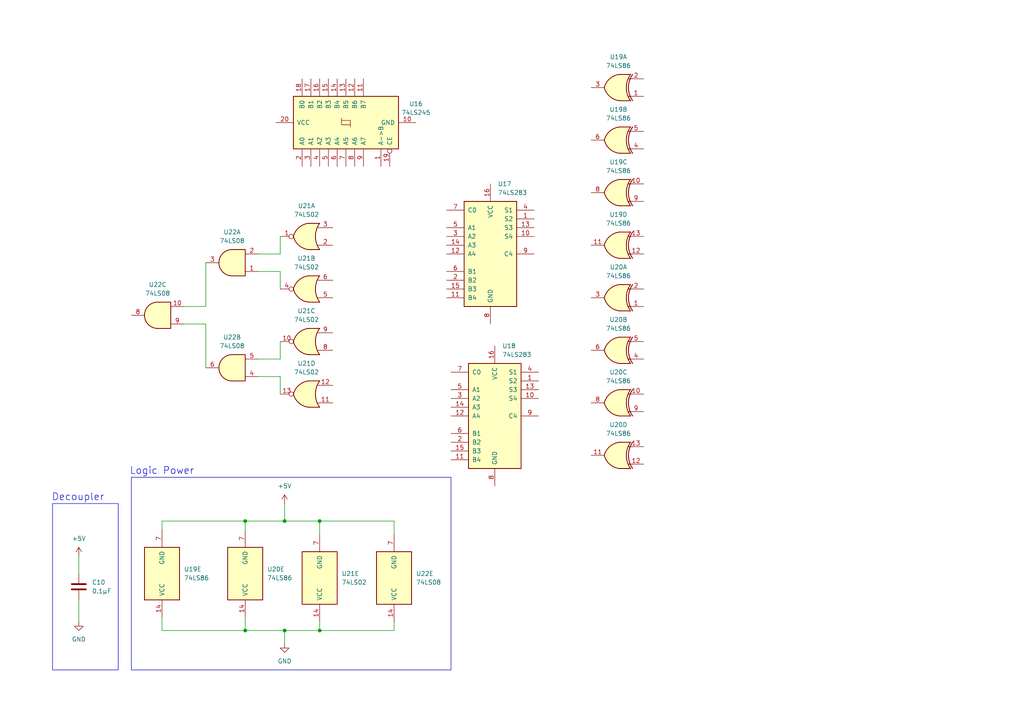
<source format=kicad_sch>
(kicad_sch (version 20250114) (generator "eeschema") (generator_version "9.0")
  (paper "A4")
  (title_block (title "Arithmetic_Logic_Unit"))
  (lib_symbols
    (symbol "74xx:74LS02" (pin_names (offset 1.016))
      (property "Reference" "U" (at 0 1.27 0))
      (property "Value" "74LS02" (at 0 -1.27 0))
      (symbol "74LS02_1_1"
        (arc (start -3.81 3.81) (mid -2.589 0) (end -3.81 -3.81) (stroke (width 0.254)))
        (polyline (pts (xy -3.81 3.81) (xy -0.635 3.81)) (stroke (width 0.254)) (fill (type background)))
        (polyline (pts (xy -3.81 -3.81) (xy -0.635 -3.81)) (stroke (width 0.254)) (fill (type background)))
        (arc (start 3.81 0) (mid 2.1855 -2.584) (end -0.6096 -3.81) (stroke (width 0.254)) (fill (type background)))
        (arc (start -0.6096 3.81) (mid 2.1928 2.5924) (end 3.81 0) (stroke (width 0.254)) (fill (type background)))
        (polyline (pts (xy -0.635 3.81) (xy -3.81 3.81) (xy -3.81 3.81) (xy -3.556 3.4036) (xy -3.0226 2.2606) (xy -2.6924 1.0414) (xy -2.6162 -0.254) (xy -2.7686 -1.4986) (xy -3.175 -2.7178) (xy -3.81 -3.81) (xy -3.81 -3.81) (xy -0.635 -3.81)) (stroke (width -25.4)) (fill (type background)))
        (pin input line (at -7.62 2.54 0) (length 4.318) (name "~") (number "2"))
        (pin input line (at -7.62 -2.54 0) (length 4.318) (name "~") (number "3"))
        (pin output inverted (at 7.62 0 180) (length 3.81) (name "~") (number "1"))
      )
      (symbol "74LS02_1_2"
        (arc (start 0 3.81) (mid 3.7934 0) (end 0 -3.81) (stroke (width 0.254)) (fill (type background)))
        (polyline (pts (xy 0 3.81) (xy -3.81 3.81) (xy -3.81 -3.81) (xy 0 -3.81)) (stroke (width 0.254)) (fill (type background)))
        (pin input inverted (at -7.62 2.54 0) (length 3.81) (name "~") (number "2"))
        (pin input inverted (at -7.62 -2.54 0) (length 3.81) (name "~") (number "3"))
        (pin output line (at 7.62 0 180) (length 3.81) (name "~") (number "1"))
      )
      (symbol "74LS02_2_1"
        (arc (start -3.81 3.81) (mid -2.589 0) (end -3.81 -3.81) (stroke (width 0.254)))
        (polyline (pts (xy -3.81 3.81) (xy -0.635 3.81)) (stroke (width 0.254)) (fill (type background)))
        (polyline (pts (xy -3.81 -3.81) (xy -0.635 -3.81)) (stroke (width 0.254)) (fill (type background)))
        (arc (start 3.81 0) (mid 2.1855 -2.584) (end -0.6096 -3.81) (stroke (width 0.254)) (fill (type background)))
        (arc (start -0.6096 3.81) (mid 2.1928 2.5924) (end 3.81 0) (stroke (width 0.254)) (fill (type background)))
        (polyline (pts (xy -0.635 3.81) (xy -3.81 3.81) (xy -3.81 3.81) (xy -3.556 3.4036) (xy -3.0226 2.2606) (xy -2.6924 1.0414) (xy -2.6162 -0.254) (xy -2.7686 -1.4986) (xy -3.175 -2.7178) (xy -3.81 -3.81) (xy -3.81 -3.81) (xy -0.635 -3.81)) (stroke (width -25.4)) (fill (type background)))
        (pin input line (at -7.62 2.54 0) (length 4.318) (name "~") (number "5"))
        (pin input line (at -7.62 -2.54 0) (length 4.318) (name "~") (number "6"))
        (pin output inverted (at 7.62 0 180) (length 3.81) (name "~") (number "4"))
      )
      (symbol "74LS02_2_2"
        (arc (start 0 3.81) (mid 3.7934 0) (end 0 -3.81) (stroke (width 0.254)) (fill (type background)))
        (polyline (pts (xy 0 3.81) (xy -3.81 3.81) (xy -3.81 -3.81) (xy 0 -3.81)) (stroke (width 0.254)) (fill (type background)))
        (pin input inverted (at -7.62 2.54 0) (length 3.81) (name "~") (number "5"))
        (pin input inverted (at -7.62 -2.54 0) (length 3.81) (name "~") (number "6"))
        (pin output line (at 7.62 0 180) (length 3.81) (name "~") (number "4"))
      )
      (symbol "74LS02_3_1"
        (arc (start -3.81 3.81) (mid -2.589 0) (end -3.81 -3.81) (stroke (width 0.254)))
        (polyline (pts (xy -3.81 3.81) (xy -0.635 3.81)) (stroke (width 0.254)) (fill (type background)))
        (polyline (pts (xy -3.81 -3.81) (xy -0.635 -3.81)) (stroke (width 0.254)) (fill (type background)))
        (arc (start 3.81 0) (mid 2.1855 -2.584) (end -0.6096 -3.81) (stroke (width 0.254)) (fill (type background)))
        (arc (start -0.6096 3.81) (mid 2.1928 2.5924) (end 3.81 0) (stroke (width 0.254)) (fill (type background)))
        (polyline (pts (xy -0.635 3.81) (xy -3.81 3.81) (xy -3.81 3.81) (xy -3.556 3.4036) (xy -3.0226 2.2606) (xy -2.6924 1.0414) (xy -2.6162 -0.254) (xy -2.7686 -1.4986) (xy -3.175 -2.7178) (xy -3.81 -3.81) (xy -3.81 -3.81) (xy -0.635 -3.81)) (stroke (width -25.4)) (fill (type background)))
        (pin input line (at -7.62 2.54 0) (length 4.318) (name "~") (number "8"))
        (pin input line (at -7.62 -2.54 0) (length 4.318) (name "~") (number "9"))
        (pin output inverted (at 7.62 0 180) (length 3.81) (name "~") (number "10"))
      )
      (symbol "74LS02_3_2"
        (arc (start 0 3.81) (mid 3.7934 0) (end 0 -3.81) (stroke (width 0.254)) (fill (type background)))
        (polyline (pts (xy 0 3.81) (xy -3.81 3.81) (xy -3.81 -3.81) (xy 0 -3.81)) (stroke (width 0.254)) (fill (type background)))
        (pin input inverted (at -7.62 2.54 0) (length 3.81) (name "~") (number "8"))
        (pin input inverted (at -7.62 -2.54 0) (length 3.81) (name "~") (number "9"))
        (pin output line (at 7.62 0 180) (length 3.81) (name "~") (number "10"))
      )
      (symbol "74LS02_4_1"
        (arc (start -3.81 3.81) (mid -2.589 0) (end -3.81 -3.81) (stroke (width 0.254)))
        (polyline (pts (xy -3.81 3.81) (xy -0.635 3.81)) (stroke (width 0.254)) (fill (type background)))
        (polyline (pts (xy -3.81 -3.81) (xy -0.635 -3.81)) (stroke (width 0.254)) (fill (type background)))
        (arc (start 3.81 0) (mid 2.1855 -2.584) (end -0.6096 -3.81) (stroke (width 0.254)) (fill (type background)))
        (arc (start -0.6096 3.81) (mid 2.1928 2.5924) (end 3.81 0) (stroke (width 0.254)) (fill (type background)))
        (polyline (pts (xy -0.635 3.81) (xy -3.81 3.81) (xy -3.81 3.81) (xy -3.556 3.4036) (xy -3.0226 2.2606) (xy -2.6924 1.0414) (xy -2.6162 -0.254) (xy -2.7686 -1.4986) (xy -3.175 -2.7178) (xy -3.81 -3.81) (xy -3.81 -3.81) (xy -0.635 -3.81)) (stroke (width -25.4)) (fill (type background)))
        (pin input line (at -7.62 2.54 0) (length 4.318) (name "~") (number "11"))
        (pin input line (at -7.62 -2.54 0) (length 4.318) (name "~") (number "12"))
        (pin output inverted (at 7.62 0 180) (length 3.81) (name "~") (number "13"))
      )
      (symbol "74LS02_4_2"
        (arc (start 0 3.81) (mid 3.7934 0) (end 0 -3.81) (stroke (width 0.254)) (fill (type background)))
        (polyline (pts (xy 0 3.81) (xy -3.81 3.81) (xy -3.81 -3.81) (xy 0 -3.81)) (stroke (width 0.254)) (fill (type background)))
        (pin input inverted (at -7.62 2.54 0) (length 3.81) (name "~") (number "11"))
        (pin input inverted (at -7.62 -2.54 0) (length 3.81) (name "~") (number "12"))
        (pin output line (at 7.62 0 180) (length 3.81) (name "~") (number "13"))
      )
      (symbol "74LS02_5_0"
        (pin power_in line (at 0 12.7 270) (length 5.08) (name "VCC") (number "14"))
        (pin power_in line (at 0 -12.7 90) (length 5.08) (name "GND") (number "7"))
      )
      (symbol "74LS02_5_1"
        (rectangle (start -5.08 7.62) (end 5.08 -7.62) (stroke (width 0.254)) (fill (type background)))
      )
    )
    (symbol "74xx:74LS08" (pin_names (offset 1.016))
      (property "Reference" "U" (at 0 1.27 0))
      (property "Value" "74LS08" (at 0 -1.27 0))
      (symbol "74LS08_1_1"
        (arc (start 0 3.81) (mid 3.7934 0) (end 0 -3.81) (stroke (width 0.254)) (fill (type background)))
        (polyline (pts (xy 0 3.81) (xy -3.81 3.81) (xy -3.81 -3.81) (xy 0 -3.81)) (stroke (width 0.254)) (fill (type background)))
        (pin input line (at -7.62 2.54 0) (length 3.81) (name "~") (number "1"))
        (pin input line (at -7.62 -2.54 0) (length 3.81) (name "~") (number "2"))
        (pin output line (at 7.62 0 180) (length 3.81) (name "~") (number "3"))
      )
      (symbol "74LS08_1_2"
        (arc (start -3.81 3.81) (mid -2.589 0) (end -3.81 -3.81) (stroke (width 0.254)))
        (polyline (pts (xy -3.81 3.81) (xy -0.635 3.81)) (stroke (width 0.254)) (fill (type background)))
        (polyline (pts (xy -3.81 -3.81) (xy -0.635 -3.81)) (stroke (width 0.254)) (fill (type background)))
        (arc (start 3.81 0) (mid 2.1855 -2.584) (end -0.6096 -3.81) (stroke (width 0.254)) (fill (type background)))
        (arc (start -0.6096 3.81) (mid 2.1928 2.5924) (end 3.81 0) (stroke (width 0.254)) (fill (type background)))
        (polyline (pts (xy -0.635 3.81) (xy -3.81 3.81) (xy -3.81 3.81) (xy -3.556 3.4036) (xy -3.0226 2.2606) (xy -2.6924 1.0414) (xy -2.6162 -0.254) (xy -2.7686 -1.4986) (xy -3.175 -2.7178) (xy -3.81 -3.81) (xy -3.81 -3.81) (xy -0.635 -3.81)) (stroke (width -25.4)) (fill (type background)))
        (pin input inverted (at -7.62 2.54 0) (length 4.318) (name "~") (number "1"))
        (pin input inverted (at -7.62 -2.54 0) (length 4.318) (name "~") (number "2"))
        (pin output inverted (at 7.62 0 180) (length 3.81) (name "~") (number "3"))
      )
      (symbol "74LS08_2_1"
        (arc (start 0 3.81) (mid 3.7934 0) (end 0 -3.81) (stroke (width 0.254)) (fill (type background)))
        (polyline (pts (xy 0 3.81) (xy -3.81 3.81) (xy -3.81 -3.81) (xy 0 -3.81)) (stroke (width 0.254)) (fill (type background)))
        (pin input line (at -7.62 2.54 0) (length 3.81) (name "~") (number "4"))
        (pin input line (at -7.62 -2.54 0) (length 3.81) (name "~") (number "5"))
        (pin output line (at 7.62 0 180) (length 3.81) (name "~") (number "6"))
      )
      (symbol "74LS08_2_2"
        (arc (start -3.81 3.81) (mid -2.589 0) (end -3.81 -3.81) (stroke (width 0.254)))
        (polyline (pts (xy -3.81 3.81) (xy -0.635 3.81)) (stroke (width 0.254)) (fill (type background)))
        (polyline (pts (xy -3.81 -3.81) (xy -0.635 -3.81)) (stroke (width 0.254)) (fill (type background)))
        (arc (start 3.81 0) (mid 2.1855 -2.584) (end -0.6096 -3.81) (stroke (width 0.254)) (fill (type background)))
        (arc (start -0.6096 3.81) (mid 2.1928 2.5924) (end 3.81 0) (stroke (width 0.254)) (fill (type background)))
        (polyline (pts (xy -0.635 3.81) (xy -3.81 3.81) (xy -3.81 3.81) (xy -3.556 3.4036) (xy -3.0226 2.2606) (xy -2.6924 1.0414) (xy -2.6162 -0.254) (xy -2.7686 -1.4986) (xy -3.175 -2.7178) (xy -3.81 -3.81) (xy -3.81 -3.81) (xy -0.635 -3.81)) (stroke (width -25.4)) (fill (type background)))
        (pin input inverted (at -7.62 2.54 0) (length 4.318) (name "~") (number "4"))
        (pin input inverted (at -7.62 -2.54 0) (length 4.318) (name "~") (number "5"))
        (pin output inverted (at 7.62 0 180) (length 3.81) (name "~") (number "6"))
      )
      (symbol "74LS08_3_1"
        (arc (start 0 3.81) (mid 3.7934 0) (end 0 -3.81) (stroke (width 0.254)) (fill (type background)))
        (polyline (pts (xy 0 3.81) (xy -3.81 3.81) (xy -3.81 -3.81) (xy 0 -3.81)) (stroke (width 0.254)) (fill (type background)))
        (pin input line (at -7.62 2.54 0) (length 3.81) (name "~") (number "9"))
        (pin input line (at -7.62 -2.54 0) (length 3.81) (name "~") (number "10"))
        (pin output line (at 7.62 0 180) (length 3.81) (name "~") (number "8"))
      )
      (symbol "74LS08_3_2"
        (arc (start -3.81 3.81) (mid -2.589 0) (end -3.81 -3.81) (stroke (width 0.254)))
        (polyline (pts (xy -3.81 3.81) (xy -0.635 3.81)) (stroke (width 0.254)) (fill (type background)))
        (polyline (pts (xy -3.81 -3.81) (xy -0.635 -3.81)) (stroke (width 0.254)) (fill (type background)))
        (arc (start 3.81 0) (mid 2.1855 -2.584) (end -0.6096 -3.81) (stroke (width 0.254)) (fill (type background)))
        (arc (start -0.6096 3.81) (mid 2.1928 2.5924) (end 3.81 0) (stroke (width 0.254)) (fill (type background)))
        (polyline (pts (xy -0.635 3.81) (xy -3.81 3.81) (xy -3.81 3.81) (xy -3.556 3.4036) (xy -3.0226 2.2606) (xy -2.6924 1.0414) (xy -2.6162 -0.254) (xy -2.7686 -1.4986) (xy -3.175 -2.7178) (xy -3.81 -3.81) (xy -3.81 -3.81) (xy -0.635 -3.81)) (stroke (width -25.4)) (fill (type background)))
        (pin input inverted (at -7.62 2.54 0) (length 4.318) (name "~") (number "9"))
        (pin input inverted (at -7.62 -2.54 0) (length 4.318) (name "~") (number "10"))
        (pin output inverted (at 7.62 0 180) (length 3.81) (name "~") (number "8"))
      )
      (symbol "74LS08_4_1"
        (arc (start 0 3.81) (mid 3.7934 0) (end 0 -3.81) (stroke (width 0.254)) (fill (type background)))
        (polyline (pts (xy 0 3.81) (xy -3.81 3.81) (xy -3.81 -3.81) (xy 0 -3.81)) (stroke (width 0.254)) (fill (type background)))
        (pin input line (at -7.62 2.54 0) (length 3.81) (name "~") (number "12"))
        (pin input line (at -7.62 -2.54 0) (length 3.81) (name "~") (number "13"))
        (pin output line (at 7.62 0 180) (length 3.81) (name "~") (number "11"))
      )
      (symbol "74LS08_4_2"
        (arc (start -3.81 3.81) (mid -2.589 0) (end -3.81 -3.81) (stroke (width 0.254)))
        (polyline (pts (xy -3.81 3.81) (xy -0.635 3.81)) (stroke (width 0.254)) (fill (type background)))
        (polyline (pts (xy -3.81 -3.81) (xy -0.635 -3.81)) (stroke (width 0.254)) (fill (type background)))
        (arc (start 3.81 0) (mid 2.1855 -2.584) (end -0.6096 -3.81) (stroke (width 0.254)) (fill (type background)))
        (arc (start -0.6096 3.81) (mid 2.1928 2.5924) (end 3.81 0) (stroke (width 0.254)) (fill (type background)))
        (polyline (pts (xy -0.635 3.81) (xy -3.81 3.81) (xy -3.81 3.81) (xy -3.556 3.4036) (xy -3.0226 2.2606) (xy -2.6924 1.0414) (xy -2.6162 -0.254) (xy -2.7686 -1.4986) (xy -3.175 -2.7178) (xy -3.81 -3.81) (xy -3.81 -3.81) (xy -0.635 -3.81)) (stroke (width -25.4)) (fill (type background)))
        (pin input inverted (at -7.62 2.54 0) (length 4.318) (name "~") (number "12"))
        (pin input inverted (at -7.62 -2.54 0) (length 4.318) (name "~") (number "13"))
        (pin output inverted (at 7.62 0 180) (length 3.81) (name "~") (number "11"))
      )
      (symbol "74LS08_5_0"
        (pin power_in line (at 0 12.7 270) (length 5.08) (name "VCC") (number "14"))
        (pin power_in line (at 0 -12.7 90) (length 5.08) (name "GND") (number "7"))
      )
      (symbol "74LS08_5_1"
        (rectangle (start -5.08 7.62) (end 5.08 -7.62) (stroke (width 0.254)) (fill (type background)))
      )
    )
    (symbol "74xx:74LS245" (pin_names (offset 1.016))
      (property "Reference" "U" (at -7.62 16.51 0))
      (property "Value" "74LS245" (at -7.62 -16.51 0))
      (symbol "74LS245_1_0"
        (polyline (pts (xy -1.27 -1.27) (xy 0.635 -1.27) (xy 0.635 1.27) (xy 1.27 1.27)))
        (polyline (pts (xy -0.635 -1.27) (xy -0.635 1.27) (xy 0.635 1.27)))
        (pin tri_state line (at -12.7 12.7 0) (length 5.08) (name "A0") (number "2"))
        (pin tri_state line (at -12.7 10.16 0) (length 5.08) (name "A1") (number "3"))
        (pin tri_state line (at -12.7 7.62 0) (length 5.08) (name "A2") (number "4"))
        (pin tri_state line (at -12.7 5.08 0) (length 5.08) (name "A3") (number "5"))
        (pin tri_state line (at -12.7 2.54 0) (length 5.08) (name "A4") (number "6"))
        (pin tri_state line (at -12.7 0 0) (length 5.08) (name "A5") (number "7"))
        (pin tri_state line (at -12.7 -2.54 0) (length 5.08) (name "A6") (number "8"))
        (pin tri_state line (at -12.7 -5.08 0) (length 5.08) (name "A7") (number "9"))
        (pin input line (at -12.7 -10.16 0) (length 5.08) (name "A->B") (number "1"))
        (pin input inverted (at -12.7 -12.7 0) (length 5.08) (name "CE") (number "19"))
        (pin power_in line (at 0 20.32 270) (length 5.08) (name "VCC") (number "20"))
        (pin power_in line (at 0 -20.32 90) (length 5.08) (name "GND") (number "10"))
        (pin tri_state line (at 12.7 12.7 180) (length 5.08) (name "B0") (number "18"))
        (pin tri_state line (at 12.7 10.16 180) (length 5.08) (name "B1") (number "17"))
        (pin tri_state line (at 12.7 7.62 180) (length 5.08) (name "B2") (number "16"))
        (pin tri_state line (at 12.7 5.08 180) (length 5.08) (name "B3") (number "15"))
        (pin tri_state line (at 12.7 2.54 180) (length 5.08) (name "B4") (number "14"))
        (pin tri_state line (at 12.7 0 180) (length 5.08) (name "B5") (number "13"))
        (pin tri_state line (at 12.7 -2.54 180) (length 5.08) (name "B6") (number "12"))
        (pin tri_state line (at 12.7 -5.08 180) (length 5.08) (name "B7") (number "11"))
      )
      (symbol "74LS245_1_1"
        (rectangle (start -7.62 15.24) (end 7.62 -15.24) (stroke (width 0.254)) (fill (type background)))
      )
    )
    (symbol "74xx:74LS283" (pin_names (offset 1.016))
      (property "Reference" "U" (at -7.62 16.51 0))
      (property "Value" "74LS283" (at -7.62 -16.51 0))
      (symbol "74LS283_1_0"
        (pin input line (at -12.7 12.7 0) (length 5.08) (name "C0") (number "7"))
        (pin input line (at -12.7 7.62 0) (length 5.08) (name "A1") (number "5"))
        (pin input line (at -12.7 5.08 0) (length 5.08) (name "A2") (number "3"))
        (pin input line (at -12.7 2.54 0) (length 5.08) (name "A3") (number "14"))
        (pin input line (at -12.7 0 0) (length 5.08) (name "A4") (number "12"))
        (pin input line (at -12.7 -5.08 0) (length 5.08) (name "B1") (number "6"))
        (pin input line (at -12.7 -7.62 0) (length 5.08) (name "B2") (number "2"))
        (pin input line (at -12.7 -10.16 0) (length 5.08) (name "B3") (number "15"))
        (pin input line (at -12.7 -12.7 0) (length 5.08) (name "B4") (number "11"))
        (pin power_in line (at 0 20.32 270) (length 5.08) (name "VCC") (number "16"))
        (pin power_in line (at 0 -20.32 90) (length 5.08) (name "GND") (number "8"))
        (pin output line (at 12.7 12.7 180) (length 5.08) (name "S1") (number "4"))
        (pin output line (at 12.7 10.16 180) (length 5.08) (name "S2") (number "1"))
        (pin output line (at 12.7 7.62 180) (length 5.08) (name "S3") (number "13"))
        (pin output line (at 12.7 5.08 180) (length 5.08) (name "S4") (number "10"))
        (pin output line (at 12.7 0 180) (length 5.08) (name "C4") (number "9"))
      )
      (symbol "74LS283_1_1"
        (rectangle (start -7.62 15.24) (end 7.62 -15.24) (stroke (width 0.254)) (fill (type background)))
      )
    )
    (symbol "74xx:74LS86" (pin_names (offset 1.016))
      (property "Reference" "U" (at 0 1.27 0))
      (property "Value" "74LS86" (at 0 -1.27 0))
      (symbol "74LS86_1_0"
        (arc (start -4.4196 3.81) (mid -3.2033 0) (end -4.4196 -3.81) (stroke (width 0.254)))
        (arc (start -3.81 3.81) (mid -2.589 0) (end -3.81 -3.81) (stroke (width 0.254)))
        (polyline (pts (xy -3.81 3.81) (xy -0.635 3.81)) (stroke (width 0.254)) (fill (type background)))
        (polyline (pts (xy -3.81 -3.81) (xy -0.635 -3.81)) (stroke (width 0.254)) (fill (type background)))
        (arc (start 3.81 0) (mid 2.1855 -2.584) (end -0.6096 -3.81) (stroke (width 0.254)) (fill (type background)))
        (arc (start -0.6096 3.81) (mid 2.1928 2.5924) (end 3.81 0) (stroke (width 0.254)) (fill (type background)))
        (polyline (pts (xy -0.635 3.81) (xy -3.81 3.81) (xy -3.81 3.81) (xy -3.556 3.4036) (xy -3.0226 2.2606) (xy -2.6924 1.0414) (xy -2.6162 -0.254) (xy -2.7686 -1.4986) (xy -3.175 -2.7178) (xy -3.81 -3.81) (xy -3.81 -3.81) (xy -0.635 -3.81)) (stroke (width -25.4)) (fill (type background)))
        (pin input line (at -7.62 2.54 0) (length 4.445) (name "~") (number "1"))
        (pin input line (at -7.62 -2.54 0) (length 4.445) (name "~") (number "2"))
        (pin output line (at 7.62 0 180) (length 3.81) (name "~") (number "3"))
      )
      (symbol "74LS86_1_1"
        (polyline (pts (xy -3.81 2.54) (xy -3.175 2.54)) (stroke (width 0.1524)))
        (polyline (pts (xy -3.81 -2.54) (xy -3.175 -2.54)) (stroke (width 0.1524)))
      )
      (symbol "74LS86_2_0"
        (arc (start -4.4196 3.81) (mid -3.2033 0) (end -4.4196 -3.81) (stroke (width 0.254)))
        (arc (start -3.81 3.81) (mid -2.589 0) (end -3.81 -3.81) (stroke (width 0.254)))
        (polyline (pts (xy -3.81 3.81) (xy -0.635 3.81)) (stroke (width 0.254)) (fill (type background)))
        (polyline (pts (xy -3.81 -3.81) (xy -0.635 -3.81)) (stroke (width 0.254)) (fill (type background)))
        (arc (start 3.81 0) (mid 2.1855 -2.584) (end -0.6096 -3.81) (stroke (width 0.254)) (fill (type background)))
        (arc (start -0.6096 3.81) (mid 2.1928 2.5924) (end 3.81 0) (stroke (width 0.254)) (fill (type background)))
        (polyline (pts (xy -0.635 3.81) (xy -3.81 3.81) (xy -3.81 3.81) (xy -3.556 3.4036) (xy -3.0226 2.2606) (xy -2.6924 1.0414) (xy -2.6162 -0.254) (xy -2.7686 -1.4986) (xy -3.175 -2.7178) (xy -3.81 -3.81) (xy -3.81 -3.81) (xy -0.635 -3.81)) (stroke (width -25.4)) (fill (type background)))
        (pin input line (at -7.62 2.54 0) (length 4.445) (name "~") (number "4"))
        (pin input line (at -7.62 -2.54 0) (length 4.445) (name "~") (number "5"))
        (pin output line (at 7.62 0 180) (length 3.81) (name "~") (number "6"))
      )
      (symbol "74LS86_2_1"
        (polyline (pts (xy -3.81 2.54) (xy -3.175 2.54)) (stroke (width 0.1524)))
        (polyline (pts (xy -3.81 -2.54) (xy -3.175 -2.54)) (stroke (width 0.1524)))
      )
      (symbol "74LS86_3_0"
        (arc (start -4.4196 3.81) (mid -3.2033 0) (end -4.4196 -3.81) (stroke (width 0.254)))
        (arc (start -3.81 3.81) (mid -2.589 0) (end -3.81 -3.81) (stroke (width 0.254)))
        (polyline (pts (xy -3.81 3.81) (xy -0.635 3.81)) (stroke (width 0.254)) (fill (type background)))
        (polyline (pts (xy -3.81 -3.81) (xy -0.635 -3.81)) (stroke (width 0.254)) (fill (type background)))
        (arc (start 3.81 0) (mid 2.1855 -2.584) (end -0.6096 -3.81) (stroke (width 0.254)) (fill (type background)))
        (arc (start -0.6096 3.81) (mid 2.1928 2.5924) (end 3.81 0) (stroke (width 0.254)) (fill (type background)))
        (polyline (pts (xy -0.635 3.81) (xy -3.81 3.81) (xy -3.81 3.81) (xy -3.556 3.4036) (xy -3.0226 2.2606) (xy -2.6924 1.0414) (xy -2.6162 -0.254) (xy -2.7686 -1.4986) (xy -3.175 -2.7178) (xy -3.81 -3.81) (xy -3.81 -3.81) (xy -0.635 -3.81)) (stroke (width -25.4)) (fill (type background)))
        (pin input line (at -7.62 2.54 0) (length 4.445) (name "~") (number "9"))
        (pin input line (at -7.62 -2.54 0) (length 4.445) (name "~") (number "10"))
        (pin output line (at 7.62 0 180) (length 3.81) (name "~") (number "8"))
      )
      (symbol "74LS86_3_1"
        (polyline (pts (xy -3.81 2.54) (xy -3.175 2.54)) (stroke (width 0.1524)))
        (polyline (pts (xy -3.81 -2.54) (xy -3.175 -2.54)) (stroke (width 0.1524)))
      )
      (symbol "74LS86_4_0"
        (arc (start -4.4196 3.81) (mid -3.2033 0) (end -4.4196 -3.81) (stroke (width 0.254)))
        (arc (start -3.81 3.81) (mid -2.589 0) (end -3.81 -3.81) (stroke (width 0.254)))
        (polyline (pts (xy -3.81 3.81) (xy -0.635 3.81)) (stroke (width 0.254)) (fill (type background)))
        (polyline (pts (xy -3.81 -3.81) (xy -0.635 -3.81)) (stroke (width 0.254)) (fill (type background)))
        (arc (start 3.81 0) (mid 2.1855 -2.584) (end -0.6096 -3.81) (stroke (width 0.254)) (fill (type background)))
        (arc (start -0.6096 3.81) (mid 2.1928 2.5924) (end 3.81 0) (stroke (width 0.254)) (fill (type background)))
        (polyline (pts (xy -0.635 3.81) (xy -3.81 3.81) (xy -3.81 3.81) (xy -3.556 3.4036) (xy -3.0226 2.2606) (xy -2.6924 1.0414) (xy -2.6162 -0.254) (xy -2.7686 -1.4986) (xy -3.175 -2.7178) (xy -3.81 -3.81) (xy -3.81 -3.81) (xy -0.635 -3.81)) (stroke (width -25.4)) (fill (type background)))
        (pin input line (at -7.62 2.54 0) (length 4.445) (name "~") (number "12"))
        (pin input line (at -7.62 -2.54 0) (length 4.445) (name "~") (number "13"))
        (pin output line (at 7.62 0 180) (length 3.81) (name "~") (number "11"))
      )
      (symbol "74LS86_4_1"
        (polyline (pts (xy -3.81 2.54) (xy -3.175 2.54)) (stroke (width 0.1524)))
        (polyline (pts (xy -3.81 -2.54) (xy -3.175 -2.54)) (stroke (width 0.1524)))
      )
      (symbol "74LS86_5_0"
        (pin power_in line (at 0 12.7 270) (length 5.08) (name "VCC") (number "14"))
        (pin power_in line (at 0 -12.7 90) (length 5.08) (name "GND") (number "7"))
      )
      (symbol "74LS86_5_1"
        (rectangle (start -5.08 7.62) (end 5.08 -7.62) (stroke (width 0.254)) (fill (type background)))
      )
    )
    (symbol "Device:C" (pin_numbers (hide yes)) (pin_names (offset 0.254))
      (property "Reference" "C" (at 0.635 2.54 0))
      (property "Value" "C" (at 0.635 -2.54 0))
      (symbol "C_0_1"
        (polyline (pts (xy -2.032 0.762) (xy 2.032 0.762)) (stroke (width 0.508)))
        (polyline (pts (xy -2.032 -0.762) (xy 2.032 -0.762)) (stroke (width 0.508)))
      )
      (symbol "C_1_1"
        (pin passive line (at 0 3.81 270) (length 2.794) (name "~") (number "1"))
        (pin passive line (at 0 -3.81 90) (length 2.794) (name "~") (number "2"))
      )
    )
    (symbol "power:+5V" (power) (pin_numbers (hide yes)) (pin_names (offset 0) (hide yes))
      (property "Value" "+5V" (at 0 3.556 0))
      (symbol "+5V_0_1"
        (polyline (pts (xy -0.762 1.27) (xy 0 2.54)))
        (polyline (pts (xy 0 2.54) (xy 0.762 1.27)))
        (polyline (pts (xy 0 0) (xy 0 2.54)))
      )
      (symbol "+5V_1_1"
        (pin power_in line (at 0 0 90) (length 0) (name "~") (number "1"))
      )
    )
    (symbol "power:GND" (power) (pin_numbers (hide yes)) (pin_names (offset 0) (hide yes))
      (property "Value" "GND" (at 0 -3.81 0))
      (symbol "GND_0_1"
        (polyline (pts (xy 0 0) (xy 0 -1.27) (xy 1.27 -1.27) (xy 0 -2.54) (xy -1.27 -1.27) (xy 0 -1.27)))
      )
      (symbol "GND_1_1"
        (pin power_in line (at 0 0 270) (length 0) (name "~") (number "1"))
      )
    )
  )
  (rectangle (start 15.24 146.05) (end 34.29 194.31))
  (rectangle (start 38.1 138.43) (end 130.81 194.31))
  (text "Logic Power" (at 37.592 136.652 0) (effects (font (size 2.032 2.032)) (justify left)))
  (text "Decoupler" (at 14.986 144.272 0) (effects (font (size 2.032 2.032)) (justify left)))
  (junction (at 71.12 182.88))
  (junction (at 71.12 151.13))
  (junction (at 92.71 182.88))
  (junction (at 92.71 151.13))
  (junction (at 82.55 151.13))
  (junction (at 82.55 182.88))
  (wire (pts (xy 71.12 151.13) (xy 82.55 151.13)))
  (wire (pts (xy 74.93 109.22) (xy 81.28 109.22)))
  (wire (pts (xy 59.69 93.98) (xy 59.69 106.68)))
  (wire (pts (xy 46.99 182.88) (xy 71.12 182.88)))
  (wire (pts (xy 82.55 182.88) (xy 82.55 186.69)))
  (wire (pts (xy 46.99 179.07) (xy 46.99 182.88)))
  (wire (pts (xy 92.71 151.13) (xy 114.3 151.13)))
  (wire (pts (xy 53.34 93.98) (xy 59.69 93.98)))
  (wire (pts (xy 71.12 182.88) (xy 82.55 182.88)))
  (wire (pts (xy 114.3 151.13) (xy 114.3 154.94)))
  (wire (pts (xy 81.28 109.22) (xy 81.28 114.3)))
  (wire (pts (xy 74.93 78.74) (xy 81.28 78.74)))
  (wire (pts (xy 81.28 78.74) (xy 81.28 83.82)))
  (wire (pts (xy 114.3 182.88) (xy 114.3 180.34)))
  (wire (pts (xy 53.34 88.9) (xy 59.69 88.9)))
  (wire (pts (xy 46.99 153.67) (xy 46.99 151.13)))
  (wire (pts (xy 71.12 151.13) (xy 71.12 153.67)))
  (wire (pts (xy 71.12 179.07) (xy 71.12 182.88)))
  (wire (pts (xy 82.55 182.88) (xy 92.71 182.88)))
  (wire (pts (xy 22.86 161.29) (xy 22.86 166.37)))
  (wire (pts (xy 74.93 104.14) (xy 81.28 104.14)))
  (wire (pts (xy 59.69 88.9) (xy 59.69 76.2)))
  (wire (pts (xy 46.99 151.13) (xy 71.12 151.13)))
  (wire (pts (xy 92.71 151.13) (xy 92.71 154.94)))
  (wire (pts (xy 92.71 182.88) (xy 114.3 182.88)))
  (wire (pts (xy 82.55 151.13) (xy 92.71 151.13)))
  (wire (pts (xy 81.28 104.14) (xy 81.28 99.06)))
  (wire (pts (xy 22.86 173.99) (xy 22.86 180.34)))
  (wire (pts (xy 82.55 146.05) (xy 82.55 151.13)))
  (wire (pts (xy 92.71 180.34) (xy 92.71 182.88)))
  (wire (pts (xy 74.93 73.66) (xy 81.28 73.66)))
  (wire (pts (xy 81.28 73.66) (xy 81.28 68.58)))
  (symbol (lib_id "74xx:74LS86") (at 71.12 166.37 180) (unit 5)
    (property "Reference" "U20" (at 77.47 165.0999 0) (effects (justify right)))
    (property "Value" "74LS86" (at 77.47 167.6399 0) (effects (justify right)))
    (property "Datasheet" "74xx/74ls86.pdf" (effects (hide yes)))
    (property "Description" "Quad 2-input XOR" (effects (hide yes)))
  )
  (symbol (lib_id "74xx:74LS08") (at 67.31 106.68 180) (unit 2)
    (property "Reference" "U22" (at 67.3183 97.79 0))
    (property "Value" "74LS08" (at 67.3183 100.33 0))
    (property "Datasheet" "http://www.ti.com/lit/gpn/sn74LS08" (effects (hide yes)))
    (property "Description" "Quad And2" (effects (hide yes)))
  )
  (symbol (lib_id "74xx:74LS86") (at 179.07 101.6 180) (unit 2)
    (property "Reference" "U20" (at 179.3748 92.71 0))
    (property "Value" "74LS86" (at 179.3748 95.25 0))
    (property "Datasheet" "74xx/74ls86.pdf" (effects (hide yes)))
    (property "Description" "Quad 2-input XOR" (effects (hide yes)))
  )
  (symbol (lib_id "74xx:74LS02") (at 88.9 114.3 180) (unit 4)
    (property "Reference" "U21" (at 88.9 105.41 0))
    (property "Value" "74LS02" (at 88.9 107.95 0))
    (property "Datasheet" "http://www.ti.com/lit/gpn/sn74ls02" (effects (hide yes)))
    (property "Description" "quad 2-input NOR gate" (effects (hide yes)))
  )
  (symbol (lib_id "74xx:74LS86") (at 179.07 71.12 180) (unit 4)
    (property "Reference" "U19" (at 179.3748 62.23 0))
    (property "Value" "74LS86" (at 179.3748 64.77 0))
    (property "Datasheet" "74xx/74ls86.pdf" (effects (hide yes)))
    (property "Description" "Quad 2-input XOR" (effects (hide yes)))
  )
  (symbol (lib_id "power:GND") (at 82.55 186.69 0) (unit 1)
    (property "Reference" "#PWR043" (effects (hide yes)))
    (property "Value" "GND" (at 82.55 191.77 0))
    (property "Description" "Power symbol creates a global label with name \"GND\" , ground" (effects (hide yes)))
  )
  (symbol (lib_id "74xx:74LS245") (at 100.33 35.56 90) (unit 1)
    (property "Reference" "U16" (at 120.65 30.1146 90))
    (property "Value" "74LS245" (at 120.65 32.6546 90))
    (property "Datasheet" "http://www.ti.com/lit/gpn/sn74LS245" (effects (hide yes)))
    (property "Description" "Octal BUS Transceivers, 3-State outputs" (effects (hide yes)))
  )
  (symbol (lib_id "74xx:74LS283") (at 142.24 73.66 0) (unit 1)
    (property "Reference" "U17" (at 144.3833 53.34 0) (effects (justify left)))
    (property "Value" "74LS283" (at 144.3833 55.88 0) (effects (justify left)))
    (property "Datasheet" "http://www.ti.com/lit/gpn/sn74LS283" (effects (hide yes)))
    (property "Description" "4-bit full Adder" (effects (hide yes)))
  )
  (symbol (lib_id "74xx:74LS02") (at 88.9 83.82 180) (unit 2)
    (property "Reference" "U21" (at 88.9 74.93 0))
    (property "Value" "74LS02" (at 88.9 77.47 0))
    (property "Datasheet" "http://www.ti.com/lit/gpn/sn74ls02" (effects (hide yes)))
    (property "Description" "quad 2-input NOR gate" (effects (hide yes)))
  )
  (symbol (lib_id "74xx:74LS283") (at 143.51 120.65 0) (unit 1)
    (property "Reference" "U18" (at 145.6533 100.33 0) (effects (justify left)))
    (property "Value" "74LS283" (at 145.6533 102.87 0) (effects (justify left)))
    (property "Datasheet" "http://www.ti.com/lit/gpn/sn74LS283" (effects (hide yes)))
    (property "Description" "4-bit full Adder" (effects (hide yes)))
  )
  (symbol (lib_id "power:+5V") (at 82.55 146.05 0) (unit 1)
    (property "Reference" "#PWR042" (effects (hide yes)))
    (property "Value" "+5V" (at 82.55 140.97 0))
    (property "Description" "Power symbol creates a global label with name \"+5V\"" (effects (hide yes)))
  )
  (symbol (lib_id "74xx:74LS02") (at 88.9 99.06 180) (unit 3)
    (property "Reference" "U21" (at 88.9 90.17 0))
    (property "Value" "74LS02" (at 88.9 92.71 0))
    (property "Datasheet" "http://www.ti.com/lit/gpn/sn74ls02" (effects (hide yes)))
    (property "Description" "quad 2-input NOR gate" (effects (hide yes)))
  )
  (symbol (lib_id "74xx:74LS02") (at 92.71 167.64 180) (unit 5)
    (property "Reference" "U21" (at 99.06 166.3699 0) (effects (justify right)))
    (property "Value" "74LS02" (at 99.06 168.9099 0) (effects (justify right)))
    (property "Datasheet" "http://www.ti.com/lit/gpn/sn74ls02" (effects (hide yes)))
    (property "Description" "quad 2-input NOR gate" (effects (hide yes)))
  )
  (symbol (lib_id "power:+5V") (at 22.86 161.29 0) (unit 1)
    (property "Reference" "#PWR040" (effects (hide yes)))
    (property "Value" "+5V" (at 22.86 156.21 0))
    (property "Description" "Power symbol creates a global label with name \"+5V\"" (effects (hide yes)))
  )
  (symbol (lib_id "74xx:74LS86") (at 179.07 116.84 180) (unit 3)
    (property "Reference" "U20" (at 179.3748 107.95 0))
    (property "Value" "74LS86" (at 179.3748 110.49 0))
    (property "Datasheet" "74xx/74ls86.pdf" (effects (hide yes)))
    (property "Description" "Quad 2-input XOR" (effects (hide yes)))
  )
  (symbol (lib_id "74xx:74LS86") (at 179.07 132.08 180) (unit 4)
    (property "Reference" "U20" (at 179.3748 123.19 0))
    (property "Value" "74LS86" (at 179.3748 125.73 0))
    (property "Datasheet" "74xx/74ls86.pdf" (effects (hide yes)))
    (property "Description" "Quad 2-input XOR" (effects (hide yes)))
  )
  (symbol (lib_id "74xx:74LS08") (at 114.3 167.64 180) (unit 5)
    (property "Reference" "U22" (at 120.65 166.3699 0) (effects (justify right)))
    (property "Value" "74LS08" (at 120.65 168.9099 0) (effects (justify right)))
    (property "Datasheet" "http://www.ti.com/lit/gpn/sn74LS08" (effects (hide yes)))
    (property "Description" "Quad And2" (effects (hide yes)))
  )
  (symbol (lib_id "74xx:74LS86") (at 179.07 55.88 180) (unit 3)
    (property "Reference" "U19" (at 179.3748 46.99 0))
    (property "Value" "74LS86" (at 179.3748 49.53 0))
    (property "Datasheet" "74xx/74ls86.pdf" (effects (hide yes)))
    (property "Description" "Quad 2-input XOR" (effects (hide yes)))
  )
  (symbol (lib_id "74xx:74LS08") (at 45.72 91.44 180) (unit 3)
    (property "Reference" "U22" (at 45.7283 82.55 0))
    (property "Value" "74LS08" (at 45.7283 85.09 0))
    (property "Datasheet" "http://www.ti.com/lit/gpn/sn74LS08" (effects (hide yes)))
    (property "Description" "Quad And2" (effects (hide yes)))
  )
  (symbol (lib_id "74xx:74LS86") (at 179.07 40.64 180) (unit 2)
    (property "Reference" "U19" (at 179.3748 31.75 0))
    (property "Value" "74LS86" (at 179.3748 34.29 0))
    (property "Datasheet" "74xx/74ls86.pdf" (effects (hide yes)))
    (property "Description" "Quad 2-input XOR" (effects (hide yes)))
  )
  (symbol (lib_id "74xx:74LS08") (at 67.31 76.2 180) (unit 1)
    (property "Reference" "U22" (at 67.3183 67.31 0))
    (property "Value" "74LS08" (at 67.3183 69.85 0))
    (property "Datasheet" "http://www.ti.com/lit/gpn/sn74LS08" (effects (hide yes)))
    (property "Description" "Quad And2" (effects (hide yes)))
  )
  (symbol (lib_id "74xx:74LS86") (at 179.07 25.4 180) (unit 1)
    (property "Reference" "U19" (at 179.3748 16.51 0))
    (property "Value" "74LS86" (at 179.3748 19.05 0))
    (property "Datasheet" "74xx/74ls86.pdf" (effects (hide yes)))
    (property "Description" "Quad 2-input XOR" (effects (hide yes)))
  )
  (symbol (lib_id "74xx:74LS02") (at 88.9 68.58 180) (unit 1)
    (property "Reference" "U21" (at 88.9 59.69 0))
    (property "Value" "74LS02" (at 88.9 62.23 0))
    (property "Datasheet" "http://www.ti.com/lit/gpn/sn74ls02" (effects (hide yes)))
    (property "Description" "quad 2-input NOR gate" (effects (hide yes)))
  )
  (symbol (lib_id "power:GND") (at 22.86 180.34 0) (unit 1)
    (property "Reference" "#PWR041" (effects (hide yes)))
    (property "Value" "GND" (at 22.86 185.42 0))
    (property "Description" "Power symbol creates a global label with name \"GND\" , ground" (effects (hide yes)))
  )
  (symbol (lib_id "74xx:74LS86") (at 179.07 86.36 180) (unit 1)
    (property "Reference" "U20" (at 179.3748 77.47 0))
    (property "Value" "74LS86" (at 179.3748 80.01 0))
    (property "Datasheet" "74xx/74ls86.pdf" (effects (hide yes)))
    (property "Description" "Quad 2-input XOR" (effects (hide yes)))
  )
  (symbol (lib_id "74xx:74LS86") (at 46.99 166.37 180) (unit 5)
    (property "Reference" "U19" (at 53.34 165.0999 0) (effects (justify right)))
    (property "Value" "74LS86" (at 53.34 167.6399 0) (effects (justify right)))
    (property "Datasheet" "74xx/74ls86.pdf" (effects (hide yes)))
    (property "Description" "Quad 2-input XOR" (effects (hide yes)))
  )
  (symbol (lib_id "Device:C") (at 22.86 170.18 0) (unit 1)
    (property "Reference" "C10" (at 26.67 168.9099 0) (effects (justify left)))
    (property "Value" "0.1µF" (at 26.67 171.4499 0) (effects (justify left)))
    (property "Description" "Unpolarized capacitor" (effects (hide yes)))
  )
)
</source>
